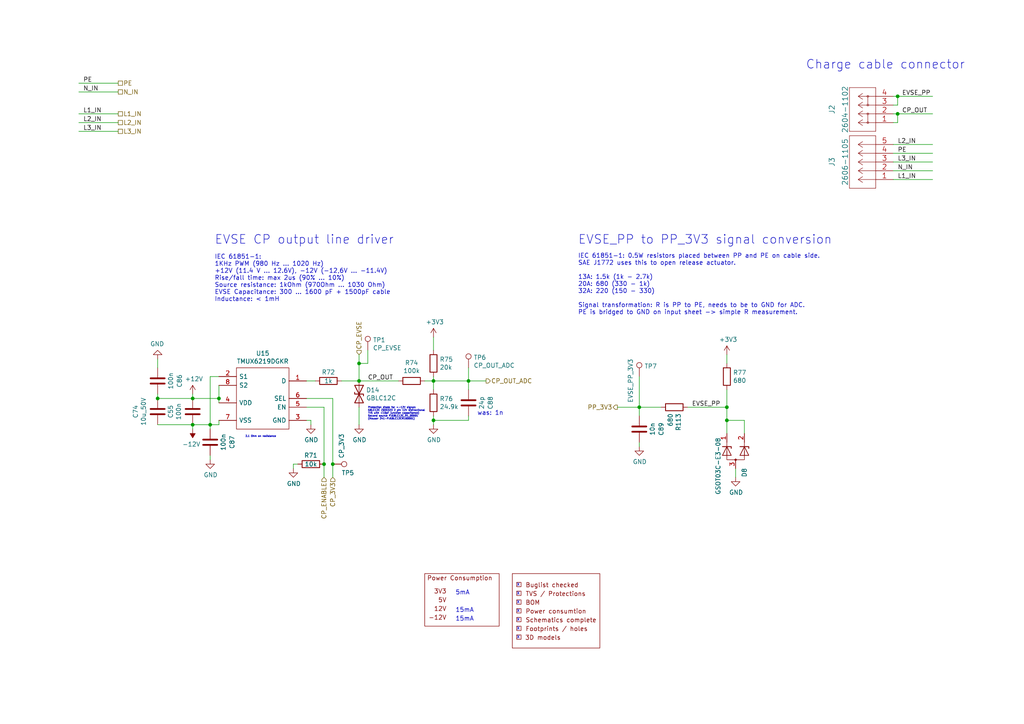
<source format=kicad_sch>
(kicad_sch (version 20211123) (generator eeschema)
  (paper "A4")
  (title_block (title "Yeti Board") (date "2021-05-14") (rev "02") (company "Pionix GmbH") (comment 1 "Cornelius Claussen"))
  (lib_symbols
    (symbol "Connector:TestPoint" (pin_numbers hide) (pin_names (offset 0.762) hide)
      (property "Reference" "TP" (at 0 6.858 0))
      (property "Value" "TestPoint" (at 0 5.08 0))
      (symbol "TestPoint_0_1"
        (circle (center 0 3.302) (radius 0.762))
      )
      (symbol "TestPoint_1_1"
        (pin passive line (at 0 0 90) (length 2.54) (name "1") (number "1"))
      )
    )
    (symbol "Device:C" (pin_numbers hide) (pin_names (offset 0.254))
      (property "Reference" "C" (at 0.635 2.54 0))
      (property "Value" "C" (at 0.635 -2.54 0))
      (symbol "C_0_1"
        (polyline (pts (xy -2.032 -0.762) (xy 2.032 -0.762)) (stroke (width 0.508)))
        (polyline (pts (xy -2.032 0.762) (xy 2.032 0.762)) (stroke (width 0.508)))
      )
      (symbol "C_1_1"
        (pin passive line (at 0 3.81 270) (length 2.794) (name "~") (number "1"))
        (pin passive line (at 0 -3.81 90) (length 2.794) (name "~") (number "2"))
      )
    )
    (symbol "Device:D_TVS" (pin_numbers hide) (pin_names (offset 1.016) hide)
      (property "Reference" "D" (at 0 2.54 0))
      (property "Value" "D_TVS" (at 0 -2.54 0))
      (symbol "D_TVS_0_1"
        (polyline (pts (xy 1.27 0) (xy -1.27 0)))
        (polyline (pts (xy 0.508 1.27) (xy 0 1.27) (xy 0 -1.27) (xy -0.508 -1.27)) (stroke (width 0.254)))
        (polyline (pts (xy -2.54 1.27) (xy -2.54 -1.27) (xy 2.54 1.27) (xy 2.54 -1.27) (xy -2.54 1.27)) (stroke (width 0.254)))
      )
      (symbol "D_TVS_1_1"
        (pin passive line (at -3.81 0 0) (length 2.54) (name "A1") (number "1"))
        (pin passive line (at 3.81 0 180) (length 2.54) (name "A2") (number "2"))
      )
    )
    (symbol "Device:R" (pin_numbers hide) (pin_names (offset 0))
      (property "Reference" "R" (at 2.032 0 90))
      (property "Value" "R" (at 0 0 90))
      (symbol "R_0_1"
        (rectangle (start -1.016 -2.54) (end 1.016 2.54) (stroke (width 0.254)))
      )
      (symbol "R_1_1"
        (pin passive line (at 0 3.81 270) (length 1.27) (name "~") (number "1"))
        (pin passive line (at 0 -3.81 90) (length 1.27) (name "~") (number "2"))
      )
    )
    (symbol "Diode:2BZX84Cxx" (pin_names (offset 1.016) hide)
      (property "Reference" "D" (at 3.81 2.54 0))
      (property "Value" "2BZX84Cxx" (at 3.81 0 0))
      (symbol "2BZX84Cxx_0_1"
        (circle (center 0 -2.54) (radius 0.254) (fill (type outline)))
        (polyline (pts (xy -2.54 -1.27) (xy -2.54 2.54)))
        (polyline (pts (xy 2.54 -1.27) (xy 2.54 2.54)))
        (polyline (pts (xy -3.81 1.27) (xy -1.27 1.27) (xy -1.27 0.762)) (stroke (width 0.254)))
        (polyline (pts (xy 1.27 1.27) (xy 3.81 1.27) (xy 3.81 0.762)) (stroke (width 0.254)))
        (polyline (pts (xy -2.54 0) (xy -2.54 -2.54) (xy 2.54 -2.54) (xy 2.54 0)))
      )
      (symbol "2BZX84Cxx_1_1"
        (polyline (pts (xy -3.81 -1.27) (xy -1.27 -1.27) (xy -2.54 1.27) (xy -3.81 -1.27)) (stroke (width 0.2032)))
        (polyline (pts (xy 1.27 -1.27) (xy 3.81 -1.27) (xy 2.54 1.27) (xy 1.27 -1.27)) (stroke (width 0.2032)))
        (pin passive line (at -2.54 5.08 270) (length 2.54) (name "K") (number "1"))
        (pin passive line (at 2.54 5.08 270) (length 2.54) (name "K") (number "2"))
        (pin passive line (at 0 -5.08 90) (length 2.54) (name "A") (number "3"))
      )
    )
    (symbol "ev-devboard:2604-1102" (pin_names (offset 0.254) hide)
      (property "Reference" "J" (at -1.27 11.43 0))
      (property "Value" "2604-1102" (at -1.27 8.89 0))
      (symbol "2604-1102_1_1"
        (circle (center -2.794 -2.54) (radius 0.254) (stroke (width 0.127)))
        (circle (center -2.794 0) (radius 0.254) (stroke (width 0.127)))
        (circle (center -2.794 2.54) (radius 0.254) (stroke (width 0.127)))
        (circle (center -2.794 5.08) (radius 0.254) (stroke (width 0.127)))
        (arc (start -2.54 -2.54) (mid -3.048 -2.54) (end -2.54 -2.54) (stroke (width 0.127)))
        (arc (start -2.54 0) (mid -3.048 0) (end -2.54 0) (stroke (width 0.127)))
        (arc (start -2.54 2.54) (mid -3.048 2.54) (end -2.54 2.54) (stroke (width 0.127)))
        (arc (start -2.54 5.08) (mid -3.048 5.08) (end -2.54 5.08) (stroke (width 0.127)))
        (polyline (pts (xy -5.08 -5.08) (xy 2.54 -5.08)) (stroke (width 0.127)))
        (polyline (pts (xy -5.08 7.62) (xy -5.08 -5.08)) (stroke (width 0.127)))
        (polyline (pts (xy -2.794 -0.254) (xy -2.794 -2.286)) (stroke (width 0.127)))
        (polyline (pts (xy -2.794 4.826) (xy -2.794 2.794)) (stroke (width 0.127)))
        (polyline (pts (xy 0 -2.54) (xy -5.08 -2.54)) (stroke (width 0.127)))
        (polyline (pts (xy 0 -2.54) (xy -1.27 -3.3782)) (stroke (width 0.127)))
        (polyline (pts (xy 0 -2.54) (xy -1.27 -1.7018)) (stroke (width 0.127)))
        (polyline (pts (xy 0 0) (xy -5.08 0)) (stroke (width 0.127)))
        (polyline (pts (xy 0 0) (xy -1.27 -0.8382)) (stroke (width 0.127)))
        (polyline (pts (xy 0 0) (xy -1.27 0.8382)) (stroke (width 0.127)))
        (polyline (pts (xy 0 2.54) (xy -5.08 2.54)) (stroke (width 0.127)))
        (polyline (pts (xy 0 2.54) (xy -1.27 1.7018)) (stroke (width 0.127)))
        (polyline (pts (xy 0 2.54) (xy -1.27 3.3782)) (stroke (width 0.127)))
        (polyline (pts (xy 0 5.08) (xy -5.08 5.08)) (stroke (width 0.127)))
        (polyline (pts (xy 0 5.08) (xy -1.27 4.2418)) (stroke (width 0.127)))
        (polyline (pts (xy 0 5.08) (xy -1.27 5.9182)) (stroke (width 0.127)))
        (polyline (pts (xy 2.54 -5.08) (xy 2.54 7.62)) (stroke (width 0.127)))
        (polyline (pts (xy 2.54 7.62) (xy -5.08 7.62)) (stroke (width 0.127)))
        (pin passive line (at -10.16 5.08 0) (length 5.08) (name "1") (number "1"))
        (pin passive line (at -10.16 2.54 0) (length 5.08) (name "2") (number "2"))
        (pin passive line (at -10.16 0 0) (length 5.08) (name "3") (number "3"))
        (pin passive line (at -10.16 -2.54 0) (length 5.08) (name "4") (number "4"))
      )
    )
    (symbol "ev-devboard:2606-1105" (pin_names (offset 0.254) hide)
      (property "Reference" "J" (at 5.08 8.89 0))
      (property "Value" "2606-1105" (at -5.08 -10.16 0))
      (symbol "2606-1105_1_1"
        (polyline (pts (xy -1.27 -7.62) (xy 6.35 -7.62)) (stroke (width 0.127)))
        (polyline (pts (xy -1.27 7.62) (xy -1.27 -7.62)) (stroke (width 0.127)))
        (polyline (pts (xy 3.81 -5.08) (xy -1.27 -5.08)) (stroke (width 0.127)))
        (polyline (pts (xy 3.81 -5.08) (xy 2.54 -5.9182)) (stroke (width 0.127)))
        (polyline (pts (xy 3.81 -5.08) (xy 2.54 -4.2418)) (stroke (width 0.127)))
        (polyline (pts (xy 3.81 -2.54) (xy -1.27 -2.54)) (stroke (width 0.127)))
        (polyline (pts (xy 3.81 -2.54) (xy 2.54 -3.3782)) (stroke (width 0.127)))
        (polyline (pts (xy 3.81 -2.54) (xy 2.54 -1.7018)) (stroke (width 0.127)))
        (polyline (pts (xy 3.81 0) (xy -1.27 0)) (stroke (width 0.127)))
        (polyline (pts (xy 3.81 0) (xy 2.54 -0.8382)) (stroke (width 0.127)))
        (polyline (pts (xy 3.81 0) (xy 2.54 0.8382)) (stroke (width 0.127)))
        (polyline (pts (xy 3.81 2.54) (xy -1.27 2.54)) (stroke (width 0.127)))
        (polyline (pts (xy 3.81 2.54) (xy 2.54 1.7018)) (stroke (width 0.127)))
        (polyline (pts (xy 3.81 2.54) (xy 2.54 3.3782)) (stroke (width 0.127)))
        (polyline (pts (xy 3.81 5.08) (xy -1.27 5.08)) (stroke (width 0.127)))
        (polyline (pts (xy 3.81 5.08) (xy 2.54 4.2418)) (stroke (width 0.127)))
        (polyline (pts (xy 3.81 5.08) (xy 2.54 5.9182)) (stroke (width 0.127)))
        (polyline (pts (xy 6.35 -7.62) (xy 6.35 7.62)) (stroke (width 0.127)))
        (polyline (pts (xy 6.35 7.62) (xy -1.27 7.62)) (stroke (width 0.127)))
        (pin passive line (at -6.35 5.08 0) (length 5.08) (name "1") (number "1"))
        (pin passive line (at -6.35 2.54 0) (length 5.08) (name "2") (number "2"))
        (pin passive line (at -6.35 0 0) (length 5.08) (name "3") (number "3"))
        (pin passive line (at -6.35 -2.54 0) (length 5.08) (name "4") (number "4"))
        (pin passive line (at -6.35 -5.08 0) (length 5.08) (name "5") (number "5"))
      )
    )
    (symbol "ev-devboard:CHECKLIST" (pin_numbers hide) (pin_names (offset 0) hide)
      (symbol "CHECKLIST_0_0"
        (rectangle (start -11.43 10.16) (end 13.97 -11.43))
        (rectangle (start -10.16 7.62) (end -8.89 6.35))
        (text "3D models" (at -2.54 -7.62 0) (effects (font (size 1.27 1.27)) (justify top)))
        (text "BOM" (at -7.62 2.54 0) (effects (font (size 1.27 1.27)) (justify left top)))
        (text "Buglist checked" (at -7.62 7.62 0) (effects (font (size 1.27 1.27)) (justify left top)))
        (text "Footprints / holes" (at -7.62 -5.08 0) (effects (font (size 1.27 1.27)) (justify left top)))
        (text "Power consumtion" (at -7.62 0 0) (effects (font (size 1.27 1.27)) (justify left top)))
        (text "Schematics complete" (at -7.62 -2.54 0) (effects (font (size 1.27 1.27)) (justify left top)))
        (text "TVS / Protections" (at -7.62 5.08 0) (effects (font (size 1.27 1.27)) (justify left top)))
      )
      (symbol "CHECKLIST_1_1"
        (rectangle (start -10.16 -7.62) (end -8.89 -8.89))
        (rectangle (start -10.16 -5.08) (end -8.89 -6.35))
        (rectangle (start -10.16 -2.54) (end -8.89 -3.81))
        (rectangle (start -10.16 0) (end -8.89 -1.27))
        (rectangle (start -10.16 2.54) (end -8.89 1.27))
        (rectangle (start -10.16 5.08) (end -8.89 3.81))
      )
    )
    (symbol "ev-devboard:POWERCONSUMPTION" (pin_names (offset 1.016))
      (symbol "POWERCONSUMPTION_0_0"
        (rectangle (start -10.16 7.62) (end 11.43 -7.62))
        (text "-12V" (at -3.81 -5.08 0) (effects (font (size 1.27 1.27)) (justify right)))
        (text "12V" (at -3.81 -2.54 0) (effects (font (size 1.27 1.27)) (justify right)))
        (text "3V3" (at -3.81 2.54 0) (effects (font (size 1.27 1.27)) (justify right)))
        (text "5V" (at -3.81 0 0) (effects (font (size 1.27 1.27)) (justify right)))
        (text "Power Consumption" (at 0 6.35 0) (effects (font (size 1.27 1.27))))
      )
    )
    (symbol "ev-devboard:TMUX6219DGKR" (pin_names (offset 0.762))
      (property "Reference" "U" (at -1.27 6.35 0))
      (property "Value" "TMUX6219DGKR" (at -7.62 10.16 0))
      (symbol "TMUX6219DGKR_0_0"
        (pin passive line (at 12.7 5.08 180) (length 5.08) (name "D") (number "1"))
        (pin passive line (at -12.7 6.35 0) (length 5.08) (name "S1") (number "2"))
        (pin power_in line (at 12.7 -6.35 180) (length 5.08) (name "GND") (number "3"))
        (pin power_in line (at -12.7 -1.27 0) (length 5.08) (name "VDD") (number "4"))
        (pin input line (at 12.7 -2.54 180) (length 5.08) (name "EN") (number "5"))
        (pin passive line (at 12.7 0 180) (length 5.08) (name "SEL") (number "6"))
        (pin passive line (at -12.7 -6.35 0) (length 5.08) (name "VSS") (number "7"))
        (pin passive line (at -12.7 3.81 0) (length 5.08) (name "S2") (number "8"))
      )
      (symbol "TMUX6219DGKR_0_1"
        (rectangle (start -7.62 8.89) (end 7.62 -8.89))
      )
    )
    (symbol "power:+12V" (power) (pin_names (offset 0))
      (property "Value" "+12V" (at 0 3.556 0))
      (symbol "+12V_0_1"
        (polyline (pts (xy -0.762 1.27) (xy 0 2.54)))
        (polyline (pts (xy 0 0) (xy 0 2.54)))
        (polyline (pts (xy 0 2.54) (xy 0.762 1.27)))
      )
      (symbol "+12V_1_1"
        (pin power_in line (at 0 0 90) (length 0) hide (name "+12V") (number "1"))
      )
    )
    (symbol "power:+3.3V" (power) (pin_names (offset 0))
      (property "Value" "+3.3V" (at 0 3.556 0))
      (symbol "+3.3V_0_1"
        (polyline (pts (xy -0.762 1.27) (xy 0 2.54)))
        (polyline (pts (xy 0 0) (xy 0 2.54)))
        (polyline (pts (xy 0 2.54) (xy 0.762 1.27)))
      )
      (symbol "+3.3V_1_1"
        (pin power_in line (at 0 0 90) (length 0) hide (name "+3V3") (number "1"))
      )
    )
    (symbol "power:-12V" (power) (pin_names (offset 0))
      (property "Value" "-12V" (at 0 3.81 0))
      (symbol "-12V_0_0"
        (pin power_in line (at 0 0 90) (length 0) hide (name "-12V") (number "1"))
      )
      (symbol "-12V_0_1"
        (polyline (pts (xy 0 0) (xy 0 1.27) (xy 0.762 1.27) (xy 0 2.54) (xy -0.762 1.27) (xy 0 1.27)) (fill (type outline)))
      )
    )
    (symbol "power:GND" (power) (pin_names (offset 0))
      (property "Value" "GND" (at 0 -3.81 0))
      (symbol "GND_0_1"
        (polyline (pts (xy 0 0) (xy 0 -1.27) (xy 1.27 -1.27) (xy 0 -2.54) (xy -1.27 -1.27) (xy 0 -1.27)))
      )
      (symbol "GND_1_1"
        (pin power_in line (at 0 0 270) (length 0) hide (name "GND") (number "1"))
      )
    )
  )
  (junction (at 93.98 134.62))
  (junction (at 210.82 118.11))
  (junction (at 185.42 118.11))
  (junction (at 63.5 115.57))
  (junction (at 135.89 110.49))
  (junction (at 260.35 27.94))
  (junction (at 104.14 110.49))
  (junction (at 55.88 115.57))
  (junction (at 125.73 110.49))
  (junction (at 55.88 123.19))
  (junction (at 210.82 121.92))
  (junction (at 45.72 115.57))
  (junction (at 60.96 123.19))
  (junction (at 104.14 105.41))
  (junction (at 125.73 121.92))
  (junction (at 96.52 134.62))
  (junction (at 260.35 33.02))
  (wire (pts (xy 259.08 52.07) (xy 270.51 52.07)))
  (wire (pts (xy 259.08 27.94) (xy 260.35 27.94)))
  (wire (pts (xy 210.82 102.87) (xy 210.82 105.41)))
  (wire (pts (xy 45.72 104.14) (xy 45.72 106.68)))
  (wire (pts (xy 45.72 115.57) (xy 55.88 115.57)))
  (wire (pts (xy 22.86 24.13) (xy 34.29 24.13)))
  (wire (pts (xy 259.08 49.53) (xy 270.51 49.53)))
  (wire (pts (xy 135.89 110.49) (xy 140.97 110.49)))
  (wire (pts (xy 185.42 120.65) (xy 185.42 118.11)))
  (wire (pts (xy 259.08 33.02) (xy 260.35 33.02)))
  (wire (pts (xy 259.08 35.56) (xy 260.35 35.56)))
  (wire (pts (xy 55.88 114.3) (xy 55.88 115.57)))
  (wire (pts (xy 88.9 121.92) (xy 90.17 121.92)))
  (wire (pts (xy 60.96 123.19) (xy 60.96 124.46)))
  (wire (pts (xy 55.88 123.19) (xy 55.88 124.46)))
  (wire (pts (xy 90.17 121.92) (xy 90.17 123.19)))
  (wire (pts (xy 210.82 118.11) (xy 210.82 121.92)))
  (wire (pts (xy 135.89 113.03) (xy 135.89 110.49)))
  (wire (pts (xy 210.82 121.92) (xy 210.82 125.73)))
  (wire (pts (xy 85.09 134.62) (xy 85.09 135.89)))
  (wire (pts (xy 63.5 111.76) (xy 63.5 115.57)))
  (wire (pts (xy 91.44 110.49) (xy 88.9 110.49)))
  (wire (pts (xy 86.36 134.62) (xy 85.09 134.62)))
  (wire (pts (xy 260.35 30.48) (xy 260.35 27.94)))
  (wire (pts (xy 104.14 110.49) (xy 115.57 110.49)))
  (wire (pts (xy 185.42 118.11) (xy 191.77 118.11)))
  (wire (pts (xy 125.73 101.6) (xy 125.73 97.79)))
  (wire (pts (xy 55.88 123.19) (xy 60.96 123.19)))
  (wire (pts (xy 45.72 114.3) (xy 45.72 115.57)))
  (wire (pts (xy 55.88 115.57) (xy 63.5 115.57)))
  (wire (pts (xy 125.73 110.49) (xy 135.89 110.49)))
  (wire (pts (xy 125.73 120.65) (xy 125.73 121.92)))
  (wire (pts (xy 93.98 134.62) (xy 93.98 138.43)))
  (wire (pts (xy 106.68 101.6) (xy 106.68 105.41)))
  (wire (pts (xy 135.89 106.68) (xy 135.89 110.49)))
  (wire (pts (xy 88.9 115.57) (xy 96.52 115.57)))
  (wire (pts (xy 123.19 110.49) (xy 125.73 110.49)))
  (wire (pts (xy 215.9 121.92) (xy 210.82 121.92)))
  (wire (pts (xy 125.73 110.49) (xy 125.73 109.22)))
  (wire (pts (xy 88.9 118.11) (xy 93.98 118.11)))
  (wire (pts (xy 63.5 115.57) (xy 63.5 116.84)))
  (wire (pts (xy 135.89 120.65) (xy 135.89 121.92)))
  (wire (pts (xy 260.35 33.02) (xy 270.51 33.02)))
  (wire (pts (xy 215.9 125.73) (xy 215.9 121.92)))
  (wire (pts (xy 22.86 38.1) (xy 34.29 38.1)))
  (wire (pts (xy 60.96 132.08) (xy 60.96 133.35)))
  (wire (pts (xy 179.07 118.11) (xy 185.42 118.11)))
  (wire (pts (xy 63.5 109.22) (xy 60.96 109.22)))
  (wire (pts (xy 259.08 46.99) (xy 270.51 46.99)))
  (wire (pts (xy 125.73 121.92) (xy 125.73 123.19)))
  (wire (pts (xy 260.35 35.56) (xy 260.35 33.02)))
  (wire (pts (xy 63.5 123.19) (xy 63.5 121.92)))
  (wire (pts (xy 22.86 33.02) (xy 34.29 33.02)))
  (wire (pts (xy 99.06 110.49) (xy 104.14 110.49)))
  (wire (pts (xy 96.52 134.62) (xy 96.52 138.43)))
  (wire (pts (xy 213.36 135.89) (xy 213.36 138.43)))
  (wire (pts (xy 93.98 118.11) (xy 93.98 134.62)))
  (wire (pts (xy 185.42 109.22) (xy 185.42 118.11)))
  (wire (pts (xy 60.96 109.22) (xy 60.96 123.19)))
  (wire (pts (xy 22.86 26.67) (xy 34.29 26.67)))
  (wire (pts (xy 259.08 44.45) (xy 270.51 44.45)))
  (wire (pts (xy 96.52 115.57) (xy 96.52 134.62)))
  (wire (pts (xy 55.88 123.19) (xy 45.72 123.19)))
  (wire (pts (xy 60.96 123.19) (xy 63.5 123.19)))
  (wire (pts (xy 106.68 105.41) (xy 104.14 105.41)))
  (wire (pts (xy 104.14 102.87) (xy 104.14 105.41)))
  (wire (pts (xy 104.14 105.41) (xy 104.14 110.49)))
  (wire (pts (xy 199.39 118.11) (xy 210.82 118.11)))
  (wire (pts (xy 210.82 113.03) (xy 210.82 118.11)))
  (wire (pts (xy 259.08 41.91) (xy 270.51 41.91)))
  (wire (pts (xy 22.86 35.56) (xy 34.29 35.56)))
  (wire (pts (xy 125.73 110.49) (xy 125.73 113.03)))
  (wire (pts (xy 260.35 27.94) (xy 270.51 27.94)))
  (wire (pts (xy 259.08 30.48) (xy 260.35 30.48)))
  (wire (pts (xy 104.14 118.11) (xy 104.14 123.19)))
  (wire (pts (xy 185.42 129.54) (xy 185.42 128.27)))
  (wire (pts (xy 135.89 121.92) (xy 125.73 121.92)))
  (text "was: 1n" (at 146.05 120.65 180) (effects (font (size 1.27 1.27)) (justify right bottom)))
  (text "X" (at 149.86 185.42 0) (effects (font (size 0.762 0.762)) (justify left bottom)))
  (text "5mA" (at 132.08 172.72 0) (effects (font (size 1.27 1.27)) (justify left bottom)))
  (text "IEC 61851-1: 0.5W resistors placed between PP and PE on cable side.\nSAE J1772 uses this to open release actuator.\n\n13A: 1.5k (1k - 2.7k)\n20A: 680 (330 - 1k)\n32A: 220 (150 - 330)\n\nSignal transformation: R is PP to PE, needs to be to GND for ADC. \nPE is bridged to GND on input sheet -> simple R measurement." (at 167.64 91.44 0) (effects (font (size 1.27 1.27)) (justify left bottom)))
  (text "EVSE_PP to PP_3V3 signal conversion" (at 167.64 71.12 0) (effects (font (size 2.54 2.54)) (justify left bottom)))
  (text "15mA" (at 132.08 177.8 0) (effects (font (size 1.27 1.27)) (justify left bottom)))
  (text "EVSE CP output line driver" (at 62.23 71.12 0) (effects (font (size 2.54 2.54)) (justify left bottom)))
  (text "Protection diode for +-12V signal: \nGBLC12C (SOD323 2 pin 12V bidirectional \nTVS with <10pF junction capacitance)\nSecond source PJGBLC12C_R1_00001 \n(Mouser 241-PJGBLC12CR100001)" (at 106.68 121.92 0) (effects (font (size 0.508 0.508)) (justify left bottom)))
  (text "Charge cable connector" (at 233.68 20.32 0) (effects (font (size 2.54 2.54)) (justify left bottom)))
  (text "X" (at 149.86 182.88 0) (effects (font (size 0.762 0.762)) (justify left bottom)))
  (text "2.1 Ohm on resistance" (at 71.12 127 0) (effects (font (size 0.508 0.508)) (justify left bottom)))
  (text "X" (at 149.86 175.26 0) (effects (font (size 0.762 0.762)) (justify left bottom)))
  (text "X" (at 149.86 170.18 0) (effects (font (size 0.762 0.762)) (justify left bottom)))
  (text "15mA" (at 132.08 180.34 0) (effects (font (size 1.27 1.27)) (justify left bottom)))
  (text "X" (at 149.86 172.72 0) (effects (font (size 0.762 0.762)) (justify left bottom)))
  (text "X" (at 149.86 180.34 0) (effects (font (size 0.762 0.762)) (justify left bottom)))
  (text "IEC 61851-1: \n1KHz PWM (980 Hz ... 1020 Hz)\n+12V (11.4 V ... 12.6V), -12V (-12,6V ... -11.4V) \nRise/fall time: max 2us (90% ... 10%)\nSource resistance: 1kOhm (970Ohm ... 1030 Ohm)\nEVSE Capacitance: 300 ... 1600 pF + 1500pF cable\nInductance: < 1mH" (at 62.23 87.63 0) (effects (font (size 1.27 1.27)) (justify left bottom)))
  (text "X" (at 149.86 177.8 0) (effects (font (size 0.762 0.762)) (justify left bottom)))
  (label "EVSE_PP" (at 261.62 27.94 0))
  (label "N_IN" (at 24.13 26.67 0))
  (label "PE" (at 24.13 24.13 0))
  (label "L2_IN" (at 24.13 35.56 0))
  (label "L1_IN" (at 260.35 52.07 0))
  (label "L1_IN" (at 24.13 33.02 0))
  (label "CP_OUT" (at 106.68 110.49 0))
  (label "N_IN" (at 260.35 49.53 0))
  (label "CP_OUT" (at 261.62 33.02 0))
  (label "L2_IN" (at 260.35 41.91 0))
  (label "EVSE_PP" (at 200.66 118.11 0))
  (label "PE" (at 260.35 44.45 0))
  (label "L3_IN" (at 260.35 46.99 0))
  (label "L3_IN" (at 24.13 38.1 0))
  (hierarchical_label "PP_3V3" (shape output) (at 179.07 118.11 180))
  (hierarchical_label "CP_EVSE" (shape input) (at 104.14 102.87 90))
  (hierarchical_label "CP_OUT_ADC" (shape output) (at 140.97 110.49 0))
  (hierarchical_label "L2_IN" (shape passive) (at 34.29 35.56 0))
  (hierarchical_label "CP_ENABLE" (shape input) (at 93.98 138.43 270))
  (hierarchical_label "L3_IN" (shape passive) (at 34.29 38.1 0))
  (hierarchical_label "PE" (shape passive) (at 34.29 24.13 0))
  (hierarchical_label "L1_IN" (shape passive) (at 34.29 33.02 0))
  (hierarchical_label "CP_3V3" (shape input) (at 96.52 138.43 270))
  (hierarchical_label "N_IN" (shape passive) (at 34.29 26.67 0))
  (symbol (lib_id "Device:R") (at 119.38 110.49 270) (unit 1)
    (property "Reference" "R74" (at 119.38 105.2322 90))
    (property "Value" "100k" (at 119.38 107.5436 90))
    (property "Footprint" "Resistor_SMD:R_0603_1608Metric" (effects hide))
  )
  (symbol (lib_id "Device:R") (at 125.73 105.41 0) (unit 1)
    (property "Reference" "R75" (at 127.508 104.2416 0) (effects (justify left)))
    (property "Value" "20k" (at 127.508 106.553 0) (effects (justify left)))
    (property "Footprint" "Resistor_SMD:R_0603_1608Metric" (effects hide))
  )
  (symbol (lib_id "Device:R") (at 125.73 116.84 0) (unit 1)
    (property "Reference" "R76" (at 127.508 115.6716 0) (effects (justify left)))
    (property "Value" "24.9k" (at 127.508 117.983 0) (effects (justify left)))
    (property "Footprint" "Resistor_SMD:R_0603_1608Metric" (effects hide))
  )
  (symbol (lib_id "power:GND") (at 125.73 123.19 0) (unit 1)
    (property "Reference" "#PWR068" (effects hide))
    (property "Value" "GND" (at 125.857 127.5842 0))
  )
  (symbol (lib_id "power:+3.3V") (at 125.73 97.79 0) (unit 1)
    (property "Reference" "#PWR067" (effects hide))
    (property "Value" "+3.3V" (at 126.111 93.3958 0))
  )
  (symbol (lib_id "Device:R") (at 210.82 109.22 0) (unit 1)
    (property "Reference" "R77" (at 212.598 108.0516 0) (effects (justify left)))
    (property "Value" "680" (at 212.598 110.363 0) (effects (justify left)))
    (property "Footprint" "Resistor_SMD:R_0603_1608Metric" (effects hide))
  )
  (symbol (lib_id "power:+3.3V") (at 210.82 102.87 0) (unit 1)
    (property "Reference" "#PWR069" (effects hide))
    (property "Value" "+3.3V" (at 211.201 98.4758 0))
  )
  (symbol (lib_id "Device:C") (at 55.88 119.38 0) (unit 1)
    (property "Reference" "C55" (at 49.4792 119.38 90))
    (property "Value" "100n" (at 51.7906 119.38 90))
    (property "Footprint" "Capacitor_SMD:C_0603_1608Metric" (effects hide))
  )
  (symbol (lib_id "Connector:TestPoint") (at 185.42 109.22 0) (unit 1)
    (property "Reference" "TP7" (at 186.8932 106.2228 0) (effects (justify left)))
    (property "Value" "EVSE_PP_3V3" (at 182.88 116.84 90) (effects (justify left)))
    (property "Footprint" "TestPoint:TestPoint_Pad_D1.0mm" (effects hide))
  )
  (symbol (lib_id "Connector:TestPoint") (at 135.89 106.68 0) (unit 1)
    (property "Reference" "TP6" (at 137.3632 103.6828 0) (effects (justify left)))
    (property "Value" "CP_OUT_ADC" (at 137.3632 105.9942 0) (effects (justify left)))
    (property "Footprint" "TestPoint:TestPoint_Pad_D1.0mm" (effects hide))
  )
  (symbol (lib_id "Connector:TestPoint") (at 96.52 134.62 270) (unit 1)
    (property "Reference" "TP5" (at 99.06 137.16 90) (effects (justify left)))
    (property "Value" "CP_3V3" (at 99.06 125.73 0) (effects (justify left)))
    (property "Footprint" "TestPoint:TestPoint_Pad_D1.0mm" (effects hide))
  )
  (symbol (lib_id "ev-devboard:TMUX6219DGKR") (at 76.2 115.57 0) (unit 1)
    (property "Reference" "U15" (at 76.2 102.489 0))
    (property "Value" "TMUX6219DGKR" (at 76.2 104.8004 0))
    (property "Footprint" "ev-devboard:SOP65P490X110-8N" (effects hide))
    (property "Datasheet" "https://www.ti.com/lit/ds/symlink/tmux6219.pdf?ts=1615989354363&ref_url=https%253A%252F%252Fwww.ti.com%252Fproduct%252FTMUX6219" (effects hide))
    (property "Digikey" "296-TMUX6219DGKRCT-ND" (effects hide))
  )
  (symbol (lib_id "Device:R") (at 95.25 110.49 270) (unit 1)
    (property "Reference" "R72" (at 95.25 107.95 90))
    (property "Value" "1k" (at 95.25 110.49 90))
    (property "Footprint" "Resistor_SMD:R_0603_1608Metric" (effects hide))
  )
  (symbol (lib_id "Device:D_TVS") (at 104.14 114.3 270) (unit 1)
    (property "Reference" "D14" (at 106.172 113.1316 90) (effects (justify left)))
    (property "Value" "GBLC12C" (at 106.172 115.443 90) (effects (justify left)))
    (property "Footprint" "Diode_SMD:D_SOD-323_HandSoldering" (effects hide))
    (property "Mouser" "241-PJGBLC12CR100001" (effects hide))
  )
  (symbol (lib_id "power:GND") (at 104.14 123.19 0) (unit 1)
    (property "Reference" "#PWR065" (effects hide))
    (property "Value" "GND" (at 104.267 127.5842 0))
  )
  (symbol (lib_id "Connector:TestPoint") (at 106.68 101.6 0) (unit 1)
    (property "Reference" "TP1" (at 108.1532 98.6028 0) (effects (justify left)))
    (property "Value" "CP_EVSE" (at 108.1532 100.9142 0) (effects (justify left)))
    (property "Footprint" "TestPoint:TestPoint_Pad_D1.0mm" (effects hide))
  )
  (symbol (lib_id "power:+12V") (at 55.88 114.3 0) (unit 1)
    (property "Reference" "#PWR061" (effects hide))
    (property "Value" "+12V" (at 56.261 109.9058 0))
  )
  (symbol (lib_id "power:-12V") (at 55.88 124.46 180) (unit 1)
    (property "Reference" "#PWR062" (effects hide))
    (property "Value" "-12V" (at 55.499 128.8542 0))
  )
  (symbol (lib_id "Device:R") (at 90.17 134.62 270) (unit 1)
    (property "Reference" "R71" (at 90.17 132.08 90))
    (property "Value" "10k" (at 90.17 134.62 90))
    (property "Footprint" "Resistor_SMD:R_0603_1608Metric" (effects hide))
  )
  (symbol (lib_id "power:GND") (at 85.09 135.89 0) (unit 1)
    (property "Reference" "#PWR063" (effects hide))
    (property "Value" "GND" (at 85.217 140.2842 0))
  )
  (symbol (lib_id "Device:C") (at 45.72 119.38 0) (unit 1)
    (property "Reference" "C74" (at 39.3192 119.38 90))
    (property "Value" "10u_50V" (at 41.6306 119.38 90))
    (property "Footprint" "Capacitor_SMD:C_0805_2012Metric" (effects hide))
  )
  (symbol (lib_id "power:GND") (at 90.17 123.19 0) (unit 1)
    (property "Reference" "#PWR064" (effects hide))
    (property "Value" "GND" (at 90.297 127.5842 0))
  )
  (symbol (lib_id "Device:C") (at 135.89 116.84 0) (unit 1)
    (property "Reference" "C88" (at 142.24 116.84 90))
    (property "Value" "24p" (at 139.7 116.84 90))
    (property "Footprint" "Capacitor_SMD:C_0603_1608Metric" (effects hide))
  )
  (symbol (lib_id "Device:C") (at 185.42 124.46 0) (unit 1)
    (property "Reference" "C89" (at 191.77 124.46 90))
    (property "Value" "10n" (at 189.23 124.46 90))
    (property "Footprint" "Capacitor_SMD:C_0603_1608Metric" (effects hide))
  )
  (symbol (lib_id "Device:R") (at 195.58 118.11 270) (unit 1)
    (property "Reference" "R113" (at 196.7484 119.888 0) (effects (justify left)))
    (property "Value" "680" (at 194.437 119.888 0) (effects (justify left)))
    (property "Footprint" "Resistor_SMD:R_0603_1608Metric" (effects hide))
  )
  (symbol (lib_id "power:GND") (at 185.42 129.54 0) (unit 1)
    (property "Reference" "#PWR0131" (effects hide))
    (property "Value" "GND" (at 185.547 133.9342 0))
  )
  (symbol (lib_id "ev-devboard:2606-1105") (at 252.73 46.99 180) (unit 1)
    (property "Reference" "J3" (at 241.3 46.99 90) (effects (font (size 1.524 1.524))))
    (property "Value" "2606-1105" (at 245.11 46.99 90) (effects (font (size 1.524 1.524))))
    (property "Footprint" "ev-devboard:2606-1105_010-000" (effects hide))
    (property "MPN" "2606-1105" (effects hide))
    (property "Manufacturer" "WAGO" (effects hide))
  )
  (symbol (lib_id "ev-devboard:2604-1102") (at 248.92 30.48 180) (unit 1)
    (property "Reference" "J2" (at 241.3 31.75 90) (effects (font (size 1.524 1.524))))
    (property "Value" "2604-1102" (at 245.11 31.75 90) (effects (font (size 1.524 1.524))))
    (property "Footprint" "ev-devboard:2604-1102" (effects hide))
    (property "MPN" "2604-1102" (effects hide))
    (property "Manufacturer" "WAGO" (effects hide))
  )
  (symbol (lib_id "ev-devboard:CHECKLIST") (at 160.02 176.53 0) (unit 1)
    (property "Reference" "#NONE12" (effects hide))
    (property "Value" "CHECKLIST" (effects hide))
  )
  (symbol (lib_id "ev-devboard:POWERCONSUMPTION") (at 133.35 173.99 0) (unit 1)
    (property "Reference" "#NONE11" (effects hide))
    (property "Value" "POWERCONSUMPTION" (effects hide))
  )
  (symbol (lib_id "Diode:2BZX84Cxx") (at 213.36 130.81 0) (unit 1)
    (property "Reference" "D8" (at 215.9 138.43 90) (effects (justify left)))
    (property "Value" "GSOT03C-E3-08" (at 208.28 143.51 90) (effects (justify left)))
    (property "Footprint" "Package_TO_SOT_SMD:SOT-23" (effects hide))
    (property "Datasheet" "https://diotec.com/tl_files/diotec/files/pdf/datasheets/bzx84c2v4.pdf" (effects hide))
    (property "Digikey" "GSOT03C-E3-08CT-ND" (effects hide))
  )
  (symbol (lib_id "power:GND") (at 213.36 138.43 0) (unit 1)
    (property "Reference" "#PWR014" (effects hide))
    (property "Value" "GND" (at 213.487 142.8242 0))
  )
  (symbol (lib_id "Device:C") (at 60.96 128.27 0) (unit 1)
    (property "Reference" "C87" (at 67.31 128.27 90))
    (property "Value" "100n" (at 64.77 128.27 90))
    (property "Footprint" "Capacitor_SMD:C_0603_1608Metric" (effects hide))
  )
  (symbol (lib_id "power:GND") (at 60.96 133.35 0) (unit 1)
    (property "Reference" "#PWR085" (effects hide))
    (property "Value" "GND" (at 61.087 137.7442 0))
  )
  (symbol (lib_id "Device:C") (at 45.72 110.49 0) (unit 1)
    (property "Reference" "C86" (at 52.07 110.49 90))
    (property "Value" "100n" (at 49.53 110.49 90))
    (property "Footprint" "Capacitor_SMD:C_0603_1608Metric" (effects hide))
  )
  (symbol (lib_id "power:GND") (at 45.72 104.14 180) (unit 1)
    (property "Reference" "#PWR080" (effects hide))
    (property "Value" "GND" (at 45.593 99.7458 0))
  )
)
</source>
